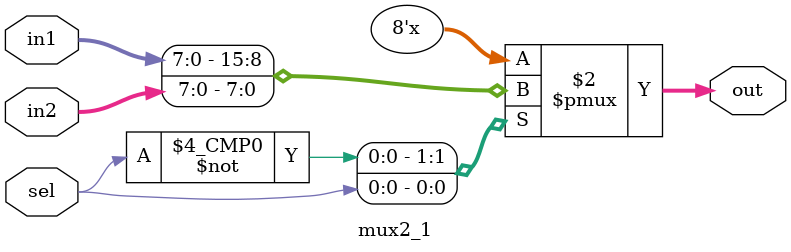
<source format=v>

module mux2_1 #(parameter N = 8) (sel,in1,in2,out);
input sel;
input [N-1:0] in1,in2;
output reg [N-1:0] out;

always@(*)
 begin
  case(sel)
     1'b0   :       out = in1;
     1'b1   :       out = in2;
     default :      out = in2;
  endcase
 end

endmodule

</source>
